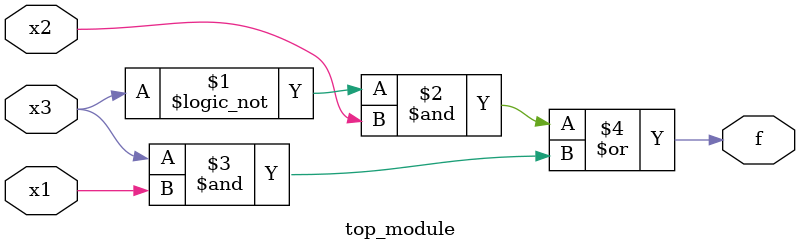
<source format=v>
module top_module( 
    input x3,
    input x2,
    input x1,  // three inputs
    output f   // one output
);
  
  assign f = (!x3 & x2) | (x3 & x1);

endmodule


</source>
